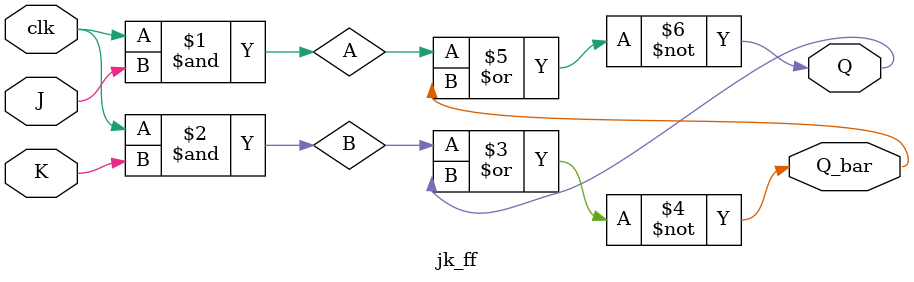
<source format=v>
module master_slave_jkff(input clk,rst,j,k, output q,qbar);
   wire qm,qbarm;  // The master's q & qbar output.
   wire clks;  // The clock input to the slave 
   wire j1,j2,k1,k2;
   
   assign j2 = rst ? 0 : j1;
   assign k2 = rst ? 1 : k1;
   assign clks = ~clk;
   and(j1, j, qbar);
   and(k1, k, q);   
   jk_ff master(clk,j2,k2,qm,qbarm);
   jk_ff slave(clks, qm, qbarm,q, qbar);
endmodule

module jk_ff(clk,J,K, Q,Q_bar);
   input clk,J,K;
   output Q;
   output Q_bar;
  
   wire A,B;
   
   and(A, clk, J);
   and(B, clk, K);
   nor(Q_bar, B, Q);
   nor(Q, A, Q_bar);
endmodule

</source>
